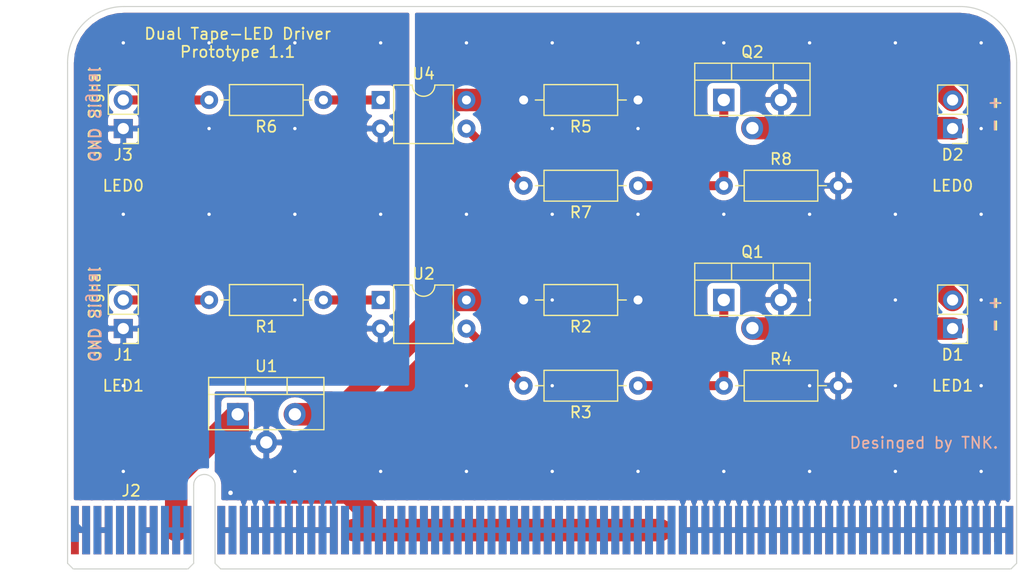
<source format=kicad_pcb>
(kicad_pcb (version 20171130) (host pcbnew "(5.1.5)-3")
  (layers (0 F.Cu signal) (31 B.Cu signal) (34 B.Paste user) (35 F.Paste user) (36 B.SilkS user) (37 F.SilkS user) (38 B.Mask user) (39 F.Mask user) (44 Edge.Cuts user))
  (net 0 "")
  (net 1 "Net-(D1-Pad2)")
  (net 2 "Net-(D1-Pad1)")
  (net 3 "Net-(J1-Pad2)")
  (net 4 GND)
  (net 5 GNDPWR)
  (net 6 "Net-(Q1-Pad1)")
  (net 7 "Net-(R1-Pad1)")
  (net 8 "Net-(R3-Pad2)")
  (net 9 VCC)
  (net 10 "Net-(J2-PadA9)")
  (net 11 "Net-(J2-PadA7)")
  (net 12 "Net-(J2-PadA6)")
  (net 13 "Net-(J2-PadA5)")
  (net 14 "Net-(J2-PadA4)")
  (net 15 "Net-(J2-PadA3)")
  (net 16 "Net-(J2-PadA2)")
  (net 17 "Net-(J2-PadA1)")
  (net 18 "Net-(J2-PadB7)")
  (net 19 "Net-(J2-PadB5)")
  (net 20 "Net-(J2-PadB4)")
  (net 21 "Net-(J2-PadB3)")
  (net 22 "Net-(J2-PadB2)")
  (net 23 "Net-(J2-PadB1)")
  (net 24 "Net-(D2-Pad2)")
  (net 25 "Net-(D2-Pad1)")
  (net 26 "Net-(J3-Pad2)")
  (net 27 "Net-(Q2-Pad1)")
  (net 28 "Net-(R6-Pad1)")
  (net 29 "Net-(R7-Pad2)")
  (net 30 12V)
  (module Resistor_THT:R_Axial_DIN0207_L6.3mm_D2.5mm_P10.16mm_Horizontal (layer F.Cu) (at 160.02 111.76 180)
    (fp_text reference R5 (at 5.08 -2.37) (layer F.SilkS))
    (fp_text value R)
    (fp_line (start 9.12 0) (end 8.35 0) (layer F.SilkS) (width 0.12))
    (fp_line (start 1.04 0) (end 1.81 0) (layer F.SilkS) (width 0.12))
    (fp_line (start 8.35 -1.37) (end 1.81 -1.37) (layer F.SilkS) (width 0.12))
    (fp_line (start 8.35 1.37) (end 8.35 -1.37) (layer F.SilkS) (width 0.12))
    (fp_line (start 1.81 1.37) (end 8.35 1.37) (layer F.SilkS) (width 0.12))
    (fp_line (start 1.81 -1.37) (end 1.81 1.37) (layer F.SilkS) (width 0.12))
    (pad 2 thru_hole oval (at 10.16 0 180) (size 1.6 1.6) (drill 0.8) (layers *.Cu *.Mask) (net 30 12V))
    (pad 1 thru_hole circle (at 0 0 180) (size 1.6 1.6) (drill 0.8) (layers *.Cu *.Mask) (net 24 "Net-(D2-Pad2)"))
  )
  (module Resistor_THT:R_Axial_DIN0207_L6.3mm_D2.5mm_P10.16mm_Horizontal (layer F.Cu) (at 160.02 129.54 180)
    (fp_text reference R2 (at 5.08 -2.37) (layer F.SilkS))
    (fp_text value R)
    (fp_line (start 9.12 0) (end 8.35 0) (layer F.SilkS) (width 0.12))
    (fp_line (start 1.04 0) (end 1.81 0) (layer F.SilkS) (width 0.12))
    (fp_line (start 8.35 -1.37) (end 1.81 -1.37) (layer F.SilkS) (width 0.12))
    (fp_line (start 8.35 1.37) (end 8.35 -1.37) (layer F.SilkS) (width 0.12))
    (fp_line (start 1.81 1.37) (end 8.35 1.37) (layer F.SilkS) (width 0.12))
    (fp_line (start 1.81 -1.37) (end 1.81 1.37) (layer F.SilkS) (width 0.12))
    (pad 2 thru_hole oval (at 10.16 0 180) (size 1.6 1.6) (drill 0.8) (layers *.Cu *.Mask) (net 30 12V))
    (pad 1 thru_hole circle (at 0 0 180) (size 1.6 1.6) (drill 0.8) (layers *.Cu *.Mask) (net 1 "Net-(D1-Pad2)"))
  )
  (module Package_DIP:DIP-4_W7.62mm (layer F.Cu) (at 137.16 111.76)
    (fp_text reference U4 (at 3.81 -2.33) (layer F.SilkS))
    (fp_text value PC817)
    (fp_line (start 6.46 -1.33) (end 4.81 -1.33) (layer F.SilkS) (width 0.12))
    (fp_line (start 6.46 3.87) (end 6.46 -1.33) (layer F.SilkS) (width 0.12))
    (fp_line (start 1.16 3.87) (end 6.46 3.87) (layer F.SilkS) (width 0.12))
    (fp_line (start 1.16 -1.33) (end 1.16 3.87) (layer F.SilkS) (width 0.12))
    (fp_line (start 2.81 -1.33) (end 1.16 -1.33) (layer F.SilkS) (width 0.12))
    (fp_arc (start 3.81 -1.33) (end 2.81 -1.33) (angle -180) (layer F.SilkS) (width 0.12))
    (pad 4 thru_hole oval (at 7.62 0) (size 1.6 1.6) (drill 0.8) (layers *.Cu *.Mask) (net 30 12V))
    (pad 2 thru_hole oval (at 0 2.54) (size 1.6 1.6) (drill 0.8) (layers *.Cu *.Mask) (net 4 GND))
    (pad 3 thru_hole oval (at 7.62 2.54) (size 1.6 1.6) (drill 0.8) (layers *.Cu *.Mask) (net 29 "Net-(R7-Pad2)"))
    (pad 1 thru_hole rect (at 0 0) (size 1.6 1.6) (drill 0.8) (layers *.Cu *.Mask) (net 28 "Net-(R6-Pad1)"))
  )
  (module Resistor_THT:R_Axial_DIN0207_L6.3mm_D2.5mm_P10.16mm_Horizontal (layer F.Cu) (at 167.64 119.38)
    (fp_text reference R8 (at 5.08 -2.37) (layer F.SilkS))
    (fp_text value R)
    (fp_line (start 9.12 0) (end 8.35 0) (layer F.SilkS) (width 0.12))
    (fp_line (start 1.04 0) (end 1.81 0) (layer F.SilkS) (width 0.12))
    (fp_line (start 8.35 -1.37) (end 1.81 -1.37) (layer F.SilkS) (width 0.12))
    (fp_line (start 8.35 1.37) (end 8.35 -1.37) (layer F.SilkS) (width 0.12))
    (fp_line (start 1.81 1.37) (end 8.35 1.37) (layer F.SilkS) (width 0.12))
    (fp_line (start 1.81 -1.37) (end 1.81 1.37) (layer F.SilkS) (width 0.12))
    (pad 2 thru_hole oval (at 10.16 0) (size 1.6 1.6) (drill 0.8) (layers *.Cu *.Mask) (net 5 GNDPWR))
    (pad 1 thru_hole circle (at 0 0) (size 1.6 1.6) (drill 0.8) (layers *.Cu *.Mask) (net 27 "Net-(Q2-Pad1)"))
  )
  (module Resistor_THT:R_Axial_DIN0207_L6.3mm_D2.5mm_P10.16mm_Horizontal (layer F.Cu) (at 160.02 119.38 180)
    (fp_text reference R7 (at 5.08 -2.37) (layer F.SilkS))
    (fp_text value R)
    (fp_line (start 9.12 0) (end 8.35 0) (layer F.SilkS) (width 0.12))
    (fp_line (start 1.04 0) (end 1.81 0) (layer F.SilkS) (width 0.12))
    (fp_line (start 8.35 -1.37) (end 1.81 -1.37) (layer F.SilkS) (width 0.12))
    (fp_line (start 8.35 1.37) (end 8.35 -1.37) (layer F.SilkS) (width 0.12))
    (fp_line (start 1.81 1.37) (end 8.35 1.37) (layer F.SilkS) (width 0.12))
    (fp_line (start 1.81 -1.37) (end 1.81 1.37) (layer F.SilkS) (width 0.12))
    (pad 2 thru_hole oval (at 10.16 0 180) (size 1.6 1.6) (drill 0.8) (layers *.Cu *.Mask) (net 29 "Net-(R7-Pad2)"))
    (pad 1 thru_hole circle (at 0 0 180) (size 1.6 1.6) (drill 0.8) (layers *.Cu *.Mask) (net 27 "Net-(Q2-Pad1)"))
  )
  (module Resistor_THT:R_Axial_DIN0207_L6.3mm_D2.5mm_P10.16mm_Horizontal (layer F.Cu) (at 132.08 111.76 180)
    (fp_text reference R6 (at 5.08 -2.37) (layer F.SilkS))
    (fp_text value 220?)
    (fp_line (start 9.12 0) (end 8.35 0) (layer F.SilkS) (width 0.12))
    (fp_line (start 1.04 0) (end 1.81 0) (layer F.SilkS) (width 0.12))
    (fp_line (start 8.35 -1.37) (end 1.81 -1.37) (layer F.SilkS) (width 0.12))
    (fp_line (start 8.35 1.37) (end 8.35 -1.37) (layer F.SilkS) (width 0.12))
    (fp_line (start 1.81 1.37) (end 8.35 1.37) (layer F.SilkS) (width 0.12))
    (fp_line (start 1.81 -1.37) (end 1.81 1.37) (layer F.SilkS) (width 0.12))
    (pad 2 thru_hole oval (at 10.16 0 180) (size 1.6 1.6) (drill 0.8) (layers *.Cu *.Mask) (net 26 "Net-(J3-Pad2)"))
    (pad 1 thru_hole circle (at 0 0 180) (size 1.6 1.6) (drill 0.8) (layers *.Cu *.Mask) (net 28 "Net-(R6-Pad1)"))
  )
  (module Package_TO_SOT_THT:TO-220-3_Vertical (layer F.Cu) (at 167.64 111.76)
    (fp_text reference Q2 (at 2.54 -4.27) (layer F.SilkS))
    (fp_text value Q_NJFET_GDS)
    (fp_line (start 4.391 -3.27) (end 4.391 -1.76) (layer F.SilkS) (width 0.12))
    (fp_line (start 0.69 -3.27) (end 0.69 -1.76) (layer F.SilkS) (width 0.12))
    (fp_line (start -2.58 -1.76) (end 7.66 -1.76) (layer F.SilkS) (width 0.12))
    (fp_line (start 7.66 -3.27) (end 7.66 1.371) (layer F.SilkS) (width 0.12))
    (fp_line (start -2.58 -3.27) (end -2.58 1.371) (layer F.SilkS) (width 0.12))
    (fp_line (start -2.58 1.371) (end 7.66 1.371) (layer F.SilkS) (width 0.12))
    (fp_line (start -2.58 -3.27) (end 7.66 -3.27) (layer F.SilkS) (width 0.12))
    (pad 3 thru_hole oval (at 5.08 0) (size 1.905 2) (drill 1.1) (layers *.Cu *.Mask) (net 5 GNDPWR))
    (pad 2 thru_hole oval (at 2.54 2.5) (size 1.905 2) (drill 1.1) (layers *.Cu *.Mask) (net 25 "Net-(D2-Pad1)"))
    (pad 1 thru_hole rect (at 0 0) (size 1.905 2) (drill 1.1) (layers *.Cu *.Mask) (net 27 "Net-(Q2-Pad1)"))
  )
  (module Connector_PinHeader_2.54mm:PinHeader_1x02_P2.54mm_Vertical (layer F.Cu) (at 114.3 114.3 180)
    (fp_text reference J3 (at 0 -2.33) (layer F.SilkS))
    (fp_text value Conn_01x02)
    (fp_line (start -1.33 -1.33) (end 0 -1.33) (layer F.SilkS) (width 0.12))
    (fp_line (start -1.33 0) (end -1.33 -1.33) (layer F.SilkS) (width 0.12))
    (fp_line (start -1.33 1.27) (end 1.33 1.27) (layer F.SilkS) (width 0.12))
    (fp_line (start 1.33 1.27) (end 1.33 3.87) (layer F.SilkS) (width 0.12))
    (fp_line (start -1.33 1.27) (end -1.33 3.87) (layer F.SilkS) (width 0.12))
    (fp_line (start -1.33 3.87) (end 1.33 3.87) (layer F.SilkS) (width 0.12))
    (pad 2 thru_hole oval (at 0 2.54 180) (size 1.7 1.7) (drill 1) (layers *.Cu *.Mask) (net 26 "Net-(J3-Pad2)"))
    (pad 1 thru_hole rect (at 0 0 180) (size 1.7 1.7) (drill 1) (layers *.Cu *.Mask) (net 4 GND))
  )
  (module Connector_PinHeader_2.54mm:PinHeader_1x02_P2.54mm_Vertical (layer F.Cu) (at 187.96 114.3 180)
    (fp_text reference D2 (at 0 -2.33) (layer F.SilkS))
    (fp_text value LED)
    (fp_line (start -1.33 -1.33) (end 0 -1.33) (layer F.SilkS) (width 0.12))
    (fp_line (start -1.33 0) (end -1.33 -1.33) (layer F.SilkS) (width 0.12))
    (fp_line (start -1.33 1.27) (end 1.33 1.27) (layer F.SilkS) (width 0.12))
    (fp_line (start 1.33 1.27) (end 1.33 3.87) (layer F.SilkS) (width 0.12))
    (fp_line (start -1.33 1.27) (end -1.33 3.87) (layer F.SilkS) (width 0.12))
    (fp_line (start -1.33 3.87) (end 1.33 3.87) (layer F.SilkS) (width 0.12))
    (pad 2 thru_hole oval (at 0 2.54 180) (size 1.7 1.7) (drill 1) (layers *.Cu *.Mask) (net 24 "Net-(D2-Pad2)"))
    (pad 1 thru_hole rect (at 0 0 180) (size 1.7 1.7) (drill 1) (layers *.Cu *.Mask) (net 25 "Net-(D2-Pad1)"))
  )
  (module Package_DIP:DIP-4_W7.62mm (layer F.Cu) (at 137.16 129.54)
    (fp_text reference U2 (at 3.81 -2.33) (layer F.SilkS))
    (fp_text value PC817)
    (fp_line (start 6.46 -1.33) (end 4.81 -1.33) (layer F.SilkS) (width 0.12))
    (fp_line (start 6.46 3.87) (end 6.46 -1.33) (layer F.SilkS) (width 0.12))
    (fp_line (start 1.16 3.87) (end 6.46 3.87) (layer F.SilkS) (width 0.12))
    (fp_line (start 1.16 -1.33) (end 1.16 3.87) (layer F.SilkS) (width 0.12))
    (fp_line (start 2.81 -1.33) (end 1.16 -1.33) (layer F.SilkS) (width 0.12))
    (fp_arc (start 3.81 -1.33) (end 2.81 -1.33) (angle -180) (layer F.SilkS) (width 0.12))
    (pad 4 thru_hole oval (at 7.62 0) (size 1.6 1.6) (drill 0.8) (layers *.Cu *.Mask) (net 30 12V))
    (pad 2 thru_hole oval (at 0 2.54) (size 1.6 1.6) (drill 0.8) (layers *.Cu *.Mask) (net 4 GND))
    (pad 3 thru_hole oval (at 7.62 2.54) (size 1.6 1.6) (drill 0.8) (layers *.Cu *.Mask) (net 8 "Net-(R3-Pad2)"))
    (pad 1 thru_hole rect (at 0 0) (size 1.6 1.6) (drill 0.8) (layers *.Cu *.Mask) (net 7 "Net-(R1-Pad1)"))
  )
  (module PCIe:BUS_mechaken_PCIexpress_x16 (layer F.Cu) (at 110 150)
    (fp_text reference J2 (at 5 -3.5) (layer F.SilkS))
    (fp_text value Bus_mechaken_PCIexpress_x16_164_Position)
    (fp_arc (start 11.5 -4) (end 12.45 -4) (angle -180) (layer Edge.Cuts) (width 0.1))
    (fp_line (start 83.65 2.95) (end 83.15 3.45) (layer Edge.Cuts) (width 0.1))
    (fp_line (start 12.45 2.95) (end 12.95 3.45) (layer Edge.Cuts) (width 0.1))
    (fp_line (start 10.55 2.95) (end 10.05 3.45) (layer Edge.Cuts) (width 0.1))
    (fp_line (start -0.65 2.95) (end -0.15 3.45) (layer Edge.Cuts) (width 0.1))
    (fp_line (start 12.95 3.45) (end 83.15 3.45) (layer Edge.Cuts) (width 0.1))
    (fp_line (start 83.65 -4.95) (end 83.65 2.95) (layer Edge.Cuts) (width 0.1))
    (fp_line (start -0.15 3.45) (end 10.05 3.45) (layer Edge.Cuts) (width 0.1))
    (fp_line (start -0.65 -4.95) (end -0.65 2.95) (layer Edge.Cuts) (width 0.1))
    (fp_line (start 12.45 -4) (end 12.45 2.95) (layer Edge.Cuts) (width 0.1))
    (fp_line (start 10.55 -4) (end 10.55 2.95) (layer Edge.Cuts) (width 0.1))
    (pad A10 connect rect (at 83 0) (size 0.7 4.3) (layers B.Cu B.Mask) (net 5 GNDPWR))
    (pad A10 connect rect (at 82 0) (size 0.7 4.3) (layers B.Cu B.Mask) (net 5 GNDPWR))
    (pad A10 connect rect (at 81 0) (size 0.7 4.3) (layers B.Cu B.Mask) (net 5 GNDPWR))
    (pad A10 connect rect (at 80 0) (size 0.7 4.3) (layers B.Cu B.Mask) (net 5 GNDPWR))
    (pad A10 connect rect (at 79 0) (size 0.7 4.3) (layers B.Cu B.Mask) (net 5 GNDPWR))
    (pad A10 connect rect (at 78 0) (size 0.7 4.3) (layers B.Cu B.Mask) (net 5 GNDPWR))
    (pad A10 connect rect (at 77 0) (size 0.7 4.3) (layers B.Cu B.Mask) (net 5 GNDPWR))
    (pad A10 connect rect (at 76 0) (size 0.7 4.3) (layers B.Cu B.Mask) (net 5 GNDPWR))
    (pad A10 connect rect (at 75 0) (size 0.7 4.3) (layers B.Cu B.Mask) (net 5 GNDPWR))
    (pad A10 connect rect (at 74 0) (size 0.7 4.3) (layers B.Cu B.Mask) (net 5 GNDPWR))
    (pad A10 connect rect (at 73 0) (size 0.7 4.3) (layers B.Cu B.Mask) (net 5 GNDPWR))
    (pad A10 connect rect (at 72 0) (size 0.7 4.3) (layers B.Cu B.Mask) (net 5 GNDPWR))
    (pad A10 connect rect (at 71 0) (size 0.7 4.3) (layers B.Cu B.Mask) (net 5 GNDPWR))
    (pad A10 connect rect (at 70 0) (size 0.7 4.3) (layers B.Cu B.Mask) (net 5 GNDPWR))
    (pad A10 connect rect (at 69 0) (size 0.7 4.3) (layers B.Cu B.Mask) (net 5 GNDPWR))
    (pad A10 connect rect (at 68 0) (size 0.7 4.3) (layers B.Cu B.Mask) (net 5 GNDPWR))
    (pad A10 connect rect (at 67 0) (size 0.7 4.3) (layers B.Cu B.Mask) (net 5 GNDPWR))
    (pad A10 connect rect (at 66 0) (size 0.7 4.3) (layers B.Cu B.Mask) (net 5 GNDPWR))
    (pad A10 connect rect (at 65 0) (size 0.7 4.3) (layers B.Cu B.Mask) (net 5 GNDPWR))
    (pad A10 connect rect (at 64 0) (size 0.7 4.3) (layers B.Cu B.Mask) (net 5 GNDPWR))
    (pad A10 connect rect (at 63 0) (size 0.7 4.3) (layers B.Cu B.Mask) (net 5 GNDPWR))
    (pad A10 connect rect (at 62 0) (size 0.7 4.3) (layers B.Cu B.Mask) (net 5 GNDPWR))
    (pad A10 connect rect (at 61 0) (size 0.7 4.3) (layers B.Cu B.Mask) (net 5 GNDPWR))
    (pad A10 connect rect (at 60 0) (size 0.7 4.3) (layers B.Cu B.Mask) (net 5 GNDPWR))
    (pad A10 connect rect (at 59 0) (size 0.7 4.3) (layers B.Cu B.Mask) (net 5 GNDPWR))
    (pad A10 connect rect (at 58 0) (size 0.7 4.3) (layers B.Cu B.Mask) (net 5 GNDPWR))
    (pad A10 connect rect (at 57 0) (size 0.7 4.3) (layers B.Cu B.Mask) (net 5 GNDPWR))
    (pad A10 connect rect (at 56 0) (size 0.7 4.3) (layers B.Cu B.Mask) (net 5 GNDPWR))
    (pad A10 connect rect (at 55 0) (size 0.7 4.3) (layers B.Cu B.Mask) (net 5 GNDPWR))
    (pad A10 connect rect (at 54 0) (size 0.7 4.3) (layers B.Cu B.Mask) (net 5 GNDPWR))
    (pad A9 connect rect (at 53 0) (size 0.7 4.3) (layers B.Cu B.Mask) (net 10 "Net-(J2-PadA9)"))
    (pad A9 connect rect (at 52 0) (size 0.7 4.3) (layers B.Cu B.Mask) (net 10 "Net-(J2-PadA9)"))
    (pad A9 connect rect (at 51 0) (size 0.7 4.3) (layers B.Cu B.Mask) (net 10 "Net-(J2-PadA9)"))
    (pad B10 connect rect (at 83 0) (size 0.7 4.3) (layers F.Cu F.Mask) (net 5 GNDPWR))
    (pad B10 connect rect (at 82 -0.55) (size 0.7 3.2) (layers F.Cu F.Mask) (net 5 GNDPWR))
    (pad B10 connect rect (at 81 0) (size 0.7 4.3) (layers F.Cu F.Mask) (net 5 GNDPWR))
    (pad B10 connect rect (at 80 0) (size 0.7 4.3) (layers F.Cu F.Mask) (net 5 GNDPWR))
    (pad B10 connect rect (at 79 0) (size 0.7 4.3) (layers F.Cu F.Mask) (net 5 GNDPWR))
    (pad B10 connect rect (at 78 0) (size 0.7 4.3) (layers F.Cu F.Mask) (net 5 GNDPWR))
    (pad B10 connect rect (at 77 0) (size 0.7 4.3) (layers F.Cu F.Mask) (net 5 GNDPWR))
    (pad B10 connect rect (at 76 0) (size 0.7 4.3) (layers F.Cu F.Mask) (net 5 GNDPWR))
    (pad B10 connect rect (at 75 0) (size 0.7 4.3) (layers F.Cu F.Mask) (net 5 GNDPWR))
    (pad B10 connect rect (at 74 0) (size 0.7 4.3) (layers F.Cu F.Mask) (net 5 GNDPWR))
    (pad B10 connect rect (at 73 0) (size 0.7 4.3) (layers F.Cu F.Mask) (net 5 GNDPWR))
    (pad B10 connect rect (at 72 0) (size 0.7 4.3) (layers F.Cu F.Mask) (net 5 GNDPWR))
    (pad B10 connect rect (at 71 0) (size 0.7 4.3) (layers F.Cu F.Mask) (net 5 GNDPWR))
    (pad B10 connect rect (at 70 0) (size 0.7 4.3) (layers F.Cu F.Mask) (net 5 GNDPWR))
    (pad B10 connect rect (at 69 0) (size 0.7 4.3) (layers F.Cu F.Mask) (net 5 GNDPWR))
    (pad B10 connect rect (at 68 0) (size 0.7 4.3) (layers F.Cu F.Mask) (net 5 GNDPWR))
    (pad B10 connect rect (at 67 0) (size 0.7 4.3) (layers F.Cu F.Mask) (net 5 GNDPWR))
    (pad B10 connect rect (at 66 0) (size 0.7 4.3) (layers F.Cu F.Mask) (net 5 GNDPWR))
    (pad B10 connect rect (at 65 0) (size 0.7 4.3) (layers F.Cu F.Mask) (net 5 GNDPWR))
    (pad B10 connect rect (at 64 0) (size 0.7 4.3) (layers F.Cu F.Mask) (net 5 GNDPWR))
    (pad B10 connect rect (at 63 0) (size 0.7 4.3) (layers F.Cu F.Mask) (net 5 GNDPWR))
    (pad B10 connect rect (at 62 0) (size 0.7 4.3) (layers F.Cu F.Mask) (net 5 GNDPWR))
    (pad B10 connect rect (at 61 0) (size 0.7 4.3) (layers F.Cu F.Mask) (net 5 GNDPWR))
    (pad B10 connect rect (at 60 0) (size 0.7 4.3) (layers F.Cu F.Mask) (net 5 GNDPWR))
    (pad B10 connect rect (at 59 0) (size 0.7 4.3) (layers F.Cu F.Mask) (net 5 GNDPWR))
    (pad B10 connect rect (at 58 0) (size 0.7 4.3) (layers F.Cu F.Mask) (net 5 GNDPWR))
    (pad B10 connect rect (at 57 0) (size 0.7 4.3) (layers F.Cu F.Mask) (net 5 GNDPWR))
    (pad B10 connect rect (at 56 0) (size 0.7 4.3) (layers F.Cu F.Mask) (net 5 GNDPWR))
    (pad B10 connect rect (at 55 0) (size 0.7 4.3) (layers F.Cu F.Mask) (net 5 GNDPWR))
    (pad B10 connect rect (at 54 0) (size 0.7 4.3) (layers F.Cu F.Mask) (net 5 GNDPWR))
    (pad B9 connect rect (at 53 0) (size 0.7 4.3) (layers F.Cu F.Mask) (net 9 VCC))
    (pad B9 connect rect (at 52 0) (size 0.7 4.3) (layers F.Cu F.Mask) (net 9 VCC))
    (pad B9 connect rect (at 51 0) (size 0.7 4.3) (layers F.Cu F.Mask) (net 9 VCC))
    (pad A9 connect rect (at 50 0) (size 0.7 4.3) (layers B.Cu B.Mask) (net 10 "Net-(J2-PadA9)"))
    (pad A9 connect rect (at 49 0) (size 0.7 4.3) (layers B.Cu B.Mask) (net 10 "Net-(J2-PadA9)"))
    (pad A9 connect rect (at 48 0) (size 0.7 4.3) (layers B.Cu B.Mask) (net 10 "Net-(J2-PadA9)"))
    (pad A9 connect rect (at 47 0) (size 0.7 4.3) (layers B.Cu B.Mask) (net 10 "Net-(J2-PadA9)"))
    (pad A9 connect rect (at 46 0) (size 0.7 4.3) (layers B.Cu B.Mask) (net 10 "Net-(J2-PadA9)"))
    (pad A9 connect rect (at 45 0) (size 0.7 4.3) (layers B.Cu B.Mask) (net 10 "Net-(J2-PadA9)"))
    (pad A9 connect rect (at 44 0) (size 0.7 4.3) (layers B.Cu B.Mask) (net 10 "Net-(J2-PadA9)"))
    (pad A9 connect rect (at 43 0) (size 0.7 4.3) (layers B.Cu B.Mask) (net 10 "Net-(J2-PadA9)"))
    (pad A7 connect rect (at 14 0) (size 0.7 4.3) (layers B.Cu B.Mask) (net 11 "Net-(J2-PadA7)"))
    (pad A7 connect rect (at 13 0) (size 0.7 4.3) (layers B.Cu B.Mask) (net 11 "Net-(J2-PadA7)"))
    (pad A8 connect rect (at 19 0) (size 0.7 4.3) (layers B.Cu B.Mask) (net 5 GNDPWR))
    (pad A8 connect rect (at 18 0) (size 0.7 4.3) (layers B.Cu B.Mask) (net 5 GNDPWR))
    (pad A8 connect rect (at 17 0) (size 0.7 4.3) (layers B.Cu B.Mask) (net 5 GNDPWR))
    (pad A8 connect rect (at 16 0) (size 0.7 4.3) (layers B.Cu B.Mask) (net 5 GNDPWR))
    (pad A8 connect rect (at 15 0) (size 0.7 4.3) (layers B.Cu B.Mask) (net 5 GNDPWR))
    (pad A6 connect rect (at 10 0) (size 0.7 4.3) (layers B.Cu B.Mask) (net 12 "Net-(J2-PadA6)"))
    (pad A6 connect rect (at 9 0) (size 0.7 4.3) (layers B.Cu B.Mask) (net 12 "Net-(J2-PadA6)"))
    (pad A6 connect rect (at 8 0) (size 0.7 4.3) (layers B.Cu B.Mask) (net 12 "Net-(J2-PadA6)"))
    (pad A5 connect rect (at 7 0) (size 0.7 4.3) (layers B.Cu B.Mask) (net 13 "Net-(J2-PadA5)"))
    (pad A5 connect rect (at 6 0) (size 0.7 4.3) (layers B.Cu B.Mask) (net 13 "Net-(J2-PadA5)"))
    (pad A4 connect rect (at 5 0) (size 0.7 4.3) (layers B.Cu B.Mask) (net 14 "Net-(J2-PadA4)"))
    (pad A3 connect rect (at 4 0) (size 0.7 4.3) (layers B.Cu B.Mask) (net 15 "Net-(J2-PadA3)"))
    (pad A2 connect rect (at 3 0) (size 0.7 4.3) (layers B.Cu B.Mask) (net 16 "Net-(J2-PadA2)"))
    (pad A2 connect rect (at 2 0) (size 0.7 4.3) (layers B.Cu B.Mask) (net 16 "Net-(J2-PadA2)"))
    (pad A1 connect rect (at 1 0) (size 0.7 4.3) (layers B.Cu B.Mask) (net 17 "Net-(J2-PadA1)"))
    (pad A1 connect rect (at 0 -0.55) (size 0.7 3.2) (layers B.Cu B.Mask) (net 17 "Net-(J2-PadA1)"))
    (pad B7 connect rect (at 14 0) (size 0.7 4.3) (layers F.Cu F.Mask) (net 18 "Net-(J2-PadB7)"))
    (pad B7 connect rect (at 13 0) (size 0.7 4.3) (layers F.Cu F.Mask) (net 18 "Net-(J2-PadB7)"))
    (pad B8 connect rect (at 19 0) (size 0.7 4.3) (layers F.Cu F.Mask) (net 5 GNDPWR))
    (pad B8 connect rect (at 18 0) (size 0.7 4.3) (layers F.Cu F.Mask) (net 5 GNDPWR))
    (pad B8 connect rect (at 17 0) (size 0.7 4.3) (layers F.Cu F.Mask) (net 5 GNDPWR))
    (pad B8 connect rect (at 16 0) (size 0.7 4.3) (layers F.Cu F.Mask) (net 5 GNDPWR))
    (pad B8 connect rect (at 15 0) (size 0.7 4.3) (layers F.Cu F.Mask) (net 5 GNDPWR))
    (pad B6 connect rect (at 10 0) (size 0.7 4.3) (layers F.Cu F.Mask) (net 9 VCC))
    (pad B6 connect rect (at 9 0) (size 0.7 4.3) (layers F.Cu F.Mask) (net 9 VCC))
    (pad B6 connect rect (at 8 0) (size 0.7 4.3) (layers F.Cu F.Mask) (net 9 VCC))
    (pad B5 connect rect (at 7 0) (size 0.7 4.3) (layers F.Cu F.Mask) (net 19 "Net-(J2-PadB5)"))
    (pad B5 connect rect (at 6 0) (size 0.7 4.3) (layers F.Cu F.Mask) (net 19 "Net-(J2-PadB5)"))
    (pad B4 connect rect (at 5 0) (size 0.7 4.3) (layers F.Cu F.Mask) (net 20 "Net-(J2-PadB4)"))
    (pad B3 connect rect (at 4 0) (size 0.7 4.3) (layers F.Cu F.Mask) (net 21 "Net-(J2-PadB3)"))
    (pad B2 connect rect (at 3 0) (size 0.7 4.3) (layers F.Cu F.Mask) (net 22 "Net-(J2-PadB2)"))
    (pad B2 connect rect (at 2 0) (size 0.7 4.3) (layers F.Cu F.Mask) (net 22 "Net-(J2-PadB2)"))
    (pad B1 connect rect (at 1 0) (size 0.7 4.3) (layers F.Cu F.Mask) (net 23 "Net-(J2-PadB1)"))
    (pad B1 connect rect (at 0 0) (size 0.7 4.3) (layers F.Cu F.Mask) (net 23 "Net-(J2-PadB1)"))
    (pad B8 connect rect (at 20 0) (size 0.7 4.3) (layers F.Cu F.Mask) (net 5 GNDPWR))
    (pad B8 connect rect (at 21 0) (size 0.7 4.3) (layers F.Cu F.Mask) (net 5 GNDPWR))
    (pad B8 connect rect (at 22 0) (size 0.7 4.3) (layers F.Cu F.Mask) (net 5 GNDPWR))
    (pad B8 connect rect (at 23 0) (size 0.7 4.3) (layers F.Cu F.Mask) (net 5 GNDPWR))
    (pad B9 connect rect (at 24 0) (size 0.7 4.3) (layers F.Cu F.Mask) (net 9 VCC))
    (pad B9 connect rect (at 25 0) (size 0.7 4.3) (layers F.Cu F.Mask) (net 9 VCC))
    (pad B9 connect rect (at 26 0) (size 0.7 4.3) (layers F.Cu F.Mask) (net 9 VCC))
    (pad B9 connect rect (at 27 0) (size 0.7 4.3) (layers F.Cu F.Mask) (net 9 VCC))
    (pad B9 connect rect (at 28 0) (size 0.7 4.3) (layers F.Cu F.Mask) (net 9 VCC))
    (pad B9 connect rect (at 29 0) (size 0.7 4.3) (layers F.Cu F.Mask) (net 9 VCC))
    (pad B9 connect rect (at 30 0) (size 0.7 4.3) (layers F.Cu F.Mask) (net 9 VCC))
    (pad B9 connect rect (at 31 0) (size 0.7 4.3) (layers F.Cu F.Mask) (net 9 VCC))
    (pad B9 connect rect (at 32 0) (size 0.7 4.3) (layers F.Cu F.Mask) (net 9 VCC))
    (pad B9 connect rect (at 33 0) (size 0.7 4.3) (layers F.Cu F.Mask) (net 9 VCC))
    (pad A8 connect rect (at 20 0) (size 0.7 4.3) (layers B.Cu B.Mask) (net 5 GNDPWR))
    (pad A8 connect rect (at 21 0) (size 0.7 4.3) (layers B.Cu B.Mask) (net 5 GNDPWR))
    (pad A8 connect rect (at 22 0) (size 0.7 4.3) (layers B.Cu B.Mask) (net 5 GNDPWR))
    (pad A8 connect rect (at 23 0) (size 0.7 4.3) (layers B.Cu B.Mask) (net 5 GNDPWR))
    (pad A9 connect rect (at 24 0) (size 0.7 4.3) (layers B.Cu B.Mask) (net 10 "Net-(J2-PadA9)"))
    (pad A9 connect rect (at 25 0) (size 0.7 4.3) (layers B.Cu B.Mask) (net 10 "Net-(J2-PadA9)"))
    (pad A9 connect rect (at 26 0) (size 0.7 4.3) (layers B.Cu B.Mask) (net 10 "Net-(J2-PadA9)"))
    (pad A9 connect rect (at 27 0) (size 0.7 4.3) (layers B.Cu B.Mask) (net 10 "Net-(J2-PadA9)"))
    (pad A9 connect rect (at 28 0) (size 0.7 4.3) (layers B.Cu B.Mask) (net 10 "Net-(J2-PadA9)"))
    (pad A9 connect rect (at 29 0) (size 0.7 4.3) (layers B.Cu B.Mask) (net 10 "Net-(J2-PadA9)"))
    (pad A9 connect rect (at 30 0) (size 0.7 4.3) (layers B.Cu B.Mask) (net 10 "Net-(J2-PadA9)"))
    (pad A9 connect rect (at 31 0) (size 0.7 4.3) (layers B.Cu B.Mask) (net 10 "Net-(J2-PadA9)"))
    (pad A9 connect rect (at 32 0) (size 0.7 4.3) (layers B.Cu B.Mask) (net 10 "Net-(J2-PadA9)"))
    (pad A9 connect rect (at 33 0) (size 0.7 4.3) (layers B.Cu B.Mask) (net 10 "Net-(J2-PadA9)"))
    (pad B9 connect rect (at 34 0) (size 0.7 4.3) (layers F.Cu F.Mask) (net 9 VCC))
    (pad B9 connect rect (at 35 0) (size 0.7 4.3) (layers F.Cu F.Mask) (net 9 VCC))
    (pad B9 connect rect (at 36 0) (size 0.7 4.3) (layers F.Cu F.Mask) (net 9 VCC))
    (pad B9 connect rect (at 37 0) (size 0.7 4.3) (layers F.Cu F.Mask) (net 9 VCC))
    (pad B9 connect rect (at 38 0) (size 0.7 4.3) (layers F.Cu F.Mask) (net 9 VCC))
    (pad B9 connect rect (at 39 0) (size 0.7 4.3) (layers F.Cu F.Mask) (net 9 VCC))
    (pad B9 connect rect (at 40 0) (size 0.7 4.3) (layers F.Cu F.Mask) (net 9 VCC))
    (pad B9 connect rect (at 41 0) (size 0.7 4.3) (layers F.Cu F.Mask) (net 9 VCC))
    (pad B9 connect rect (at 42 0) (size 0.7 4.3) (layers F.Cu F.Mask) (net 9 VCC))
    (pad B9 connect rect (at 43 0) (size 0.7 4.3) (layers F.Cu F.Mask) (net 9 VCC))
    (pad B9 connect rect (at 44 0) (size 0.7 4.3) (layers F.Cu F.Mask) (net 9 VCC))
    (pad B9 connect rect (at 45 0) (size 0.7 4.3) (layers F.Cu F.Mask) (net 9 VCC))
    (pad B9 connect rect (at 46 0) (size 0.7 4.3) (layers F.Cu F.Mask) (net 9 VCC))
    (pad B9 connect rect (at 47 0) (size 0.7 4.3) (layers F.Cu F.Mask) (net 9 VCC))
    (pad B9 connect rect (at 48 0) (size 0.7 4.3) (layers F.Cu F.Mask) (net 9 VCC))
    (pad B9 connect rect (at 49 0) (size 0.7 4.3) (layers F.Cu F.Mask) (net 9 VCC))
    (pad B9 connect rect (at 50 0) (size 0.7 4.3) (layers F.Cu F.Mask) (net 9 VCC))
    (pad A9 connect rect (at 34 0) (size 0.7 4.3) (layers B.Cu B.Mask) (net 10 "Net-(J2-PadA9)"))
    (pad A9 connect rect (at 35 0) (size 0.7 4.3) (layers B.Cu B.Mask) (net 10 "Net-(J2-PadA9)"))
    (pad A9 connect rect (at 36 0) (size 0.7 4.3) (layers B.Cu B.Mask) (net 10 "Net-(J2-PadA9)"))
    (pad A9 connect rect (at 37 0) (size 0.7 4.3) (layers B.Cu B.Mask) (net 10 "Net-(J2-PadA9)"))
    (pad A9 connect rect (at 38 0) (size 0.7 4.3) (layers B.Cu B.Mask) (net 10 "Net-(J2-PadA9)"))
    (pad A9 connect rect (at 39 0) (size 0.7 4.3) (layers B.Cu B.Mask) (net 10 "Net-(J2-PadA9)"))
    (pad A9 connect rect (at 40 0) (size 0.7 4.3) (layers B.Cu B.Mask) (net 10 "Net-(J2-PadA9)"))
    (pad A9 connect rect (at 41 0) (size 0.7 4.3) (layers B.Cu B.Mask) (net 10 "Net-(J2-PadA9)"))
    (pad A9 connect rect (at 42 0) (size 0.7 4.3) (layers B.Cu B.Mask) (net 10 "Net-(J2-PadA9)"))
  )
  (module Package_TO_SOT_THT:TO-220-3_Vertical (layer F.Cu) (at 124.46 139.7)
    (fp_text reference U1 (at 2.54 -4.27) (layer F.SilkS))
    (fp_text value L7812)
    (fp_line (start 4.391 -3.27) (end 4.391 -1.76) (layer F.SilkS) (width 0.12))
    (fp_line (start 0.69 -3.27) (end 0.69 -1.76) (layer F.SilkS) (width 0.12))
    (fp_line (start -2.58 -1.76) (end 7.66 -1.76) (layer F.SilkS) (width 0.12))
    (fp_line (start 7.66 -3.27) (end 7.66 1.371) (layer F.SilkS) (width 0.12))
    (fp_line (start -2.58 -3.27) (end -2.58 1.371) (layer F.SilkS) (width 0.12))
    (fp_line (start -2.58 1.371) (end 7.66 1.371) (layer F.SilkS) (width 0.12))
    (fp_line (start -2.58 -3.27) (end 7.66 -3.27) (layer F.SilkS) (width 0.12))
    (pad 3 thru_hole oval (at 5.08 0) (size 1.905 2) (drill 1.1) (layers *.Cu *.Mask) (net 30 12V))
    (pad 2 thru_hole oval (at 2.54 2.5) (size 1.905 2) (drill 1.1) (layers *.Cu *.Mask) (net 5 GNDPWR))
    (pad 1 thru_hole rect (at 0 0) (size 1.905 2) (drill 1.1) (layers *.Cu *.Mask) (net 9 VCC))
  )
  (module Resistor_THT:R_Axial_DIN0207_L6.3mm_D2.5mm_P10.16mm_Horizontal (layer F.Cu) (at 167.64 137.16)
    (fp_text reference R4 (at 5.08 -2.37) (layer F.SilkS))
    (fp_text value R)
    (fp_line (start 9.12 0) (end 8.35 0) (layer F.SilkS) (width 0.12))
    (fp_line (start 1.04 0) (end 1.81 0) (layer F.SilkS) (width 0.12))
    (fp_line (start 8.35 -1.37) (end 1.81 -1.37) (layer F.SilkS) (width 0.12))
    (fp_line (start 8.35 1.37) (end 8.35 -1.37) (layer F.SilkS) (width 0.12))
    (fp_line (start 1.81 1.37) (end 8.35 1.37) (layer F.SilkS) (width 0.12))
    (fp_line (start 1.81 -1.37) (end 1.81 1.37) (layer F.SilkS) (width 0.12))
    (pad 2 thru_hole oval (at 10.16 0) (size 1.6 1.6) (drill 0.8) (layers *.Cu *.Mask) (net 5 GNDPWR))
    (pad 1 thru_hole circle (at 0 0) (size 1.6 1.6) (drill 0.8) (layers *.Cu *.Mask) (net 6 "Net-(Q1-Pad1)"))
  )
  (module Resistor_THT:R_Axial_DIN0207_L6.3mm_D2.5mm_P10.16mm_Horizontal (layer F.Cu) (at 160.02 137.16 180)
    (fp_text reference R3 (at 5.08 -2.37) (layer F.SilkS))
    (fp_text value R)
    (fp_line (start 9.12 0) (end 8.35 0) (layer F.SilkS) (width 0.12))
    (fp_line (start 1.04 0) (end 1.81 0) (layer F.SilkS) (width 0.12))
    (fp_line (start 8.35 -1.37) (end 1.81 -1.37) (layer F.SilkS) (width 0.12))
    (fp_line (start 8.35 1.37) (end 8.35 -1.37) (layer F.SilkS) (width 0.12))
    (fp_line (start 1.81 1.37) (end 8.35 1.37) (layer F.SilkS) (width 0.12))
    (fp_line (start 1.81 -1.37) (end 1.81 1.37) (layer F.SilkS) (width 0.12))
    (pad 2 thru_hole oval (at 10.16 0 180) (size 1.6 1.6) (drill 0.8) (layers *.Cu *.Mask) (net 8 "Net-(R3-Pad2)"))
    (pad 1 thru_hole circle (at 0 0 180) (size 1.6 1.6) (drill 0.8) (layers *.Cu *.Mask) (net 6 "Net-(Q1-Pad1)"))
  )
  (module Resistor_THT:R_Axial_DIN0207_L6.3mm_D2.5mm_P10.16mm_Horizontal (layer F.Cu) (at 132.08 129.54 180)
    (fp_text reference R1 (at 5.08 -2.37) (layer F.SilkS))
    (fp_text value 220?)
    (fp_line (start 9.12 0) (end 8.35 0) (layer F.SilkS) (width 0.12))
    (fp_line (start 1.04 0) (end 1.81 0) (layer F.SilkS) (width 0.12))
    (fp_line (start 8.35 -1.37) (end 1.81 -1.37) (layer F.SilkS) (width 0.12))
    (fp_line (start 8.35 1.37) (end 8.35 -1.37) (layer F.SilkS) (width 0.12))
    (fp_line (start 1.81 1.37) (end 8.35 1.37) (layer F.SilkS) (width 0.12))
    (fp_line (start 1.81 -1.37) (end 1.81 1.37) (layer F.SilkS) (width 0.12))
    (pad 2 thru_hole oval (at 10.16 0 180) (size 1.6 1.6) (drill 0.8) (layers *.Cu *.Mask) (net 3 "Net-(J1-Pad2)"))
    (pad 1 thru_hole circle (at 0 0 180) (size 1.6 1.6) (drill 0.8) (layers *.Cu *.Mask) (net 7 "Net-(R1-Pad1)"))
  )
  (module Package_TO_SOT_THT:TO-220-3_Vertical (layer F.Cu) (at 167.64 129.54)
    (fp_text reference Q1 (at 2.54 -4.27) (layer F.SilkS))
    (fp_text value Q_NJFET_GDS)
    (fp_line (start 4.391 -3.27) (end 4.391 -1.76) (layer F.SilkS) (width 0.12))
    (fp_line (start 0.69 -3.27) (end 0.69 -1.76) (layer F.SilkS) (width 0.12))
    (fp_line (start -2.58 -1.76) (end 7.66 -1.76) (layer F.SilkS) (width 0.12))
    (fp_line (start 7.66 -3.27) (end 7.66 1.371) (layer F.SilkS) (width 0.12))
    (fp_line (start -2.58 -3.27) (end -2.58 1.371) (layer F.SilkS) (width 0.12))
    (fp_line (start -2.58 1.371) (end 7.66 1.371) (layer F.SilkS) (width 0.12))
    (fp_line (start -2.58 -3.27) (end 7.66 -3.27) (layer F.SilkS) (width 0.12))
    (pad 3 thru_hole oval (at 5.08 0) (size 1.905 2) (drill 1.1) (layers *.Cu *.Mask) (net 5 GNDPWR))
    (pad 2 thru_hole oval (at 2.54 2.5) (size 1.905 2) (drill 1.1) (layers *.Cu *.Mask) (net 2 "Net-(D1-Pad1)"))
    (pad 1 thru_hole rect (at 0 0) (size 1.905 2) (drill 1.1) (layers *.Cu *.Mask) (net 6 "Net-(Q1-Pad1)"))
  )
  (module Connector_PinHeader_2.54mm:PinHeader_1x02_P2.54mm_Vertical (layer F.Cu) (at 114.3 132.08 180)
    (fp_text reference J1 (at 0 -2.33) (layer F.SilkS))
    (fp_text value Conn_01x02)
    (fp_line (start -1.33 -1.33) (end 0 -1.33) (layer F.SilkS) (width 0.12))
    (fp_line (start -1.33 0) (end -1.33 -1.33) (layer F.SilkS) (width 0.12))
    (fp_line (start -1.33 1.27) (end 1.33 1.27) (layer F.SilkS) (width 0.12))
    (fp_line (start 1.33 1.27) (end 1.33 3.87) (layer F.SilkS) (width 0.12))
    (fp_line (start -1.33 1.27) (end -1.33 3.87) (layer F.SilkS) (width 0.12))
    (fp_line (start -1.33 3.87) (end 1.33 3.87) (layer F.SilkS) (width 0.12))
    (pad 2 thru_hole oval (at 0 2.54 180) (size 1.7 1.7) (drill 1) (layers *.Cu *.Mask) (net 3 "Net-(J1-Pad2)"))
    (pad 1 thru_hole rect (at 0 0 180) (size 1.7 1.7) (drill 1) (layers *.Cu *.Mask) (net 4 GND))
  )
  (module Connector_PinHeader_2.54mm:PinHeader_1x02_P2.54mm_Vertical (layer F.Cu) (at 187.96 132.08 180)
    (fp_text reference D1 (at 0 -2.33) (layer F.SilkS))
    (fp_text value LED)
    (fp_line (start -1.33 -1.33) (end 0 -1.33) (layer F.SilkS) (width 0.12))
    (fp_line (start -1.33 0) (end -1.33 -1.33) (layer F.SilkS) (width 0.12))
    (fp_line (start -1.33 1.27) (end 1.33 1.27) (layer F.SilkS) (width 0.12))
    (fp_line (start 1.33 1.27) (end 1.33 3.87) (layer F.SilkS) (width 0.12))
    (fp_line (start -1.33 1.27) (end -1.33 3.87) (layer F.SilkS) (width 0.12))
    (fp_line (start -1.33 3.87) (end 1.33 3.87) (layer F.SilkS) (width 0.12))
    (pad 2 thru_hole oval (at 0 2.54 180) (size 1.7 1.7) (drill 1) (layers *.Cu *.Mask) (net 1 "Net-(D1-Pad2)"))
    (pad 1 thru_hole rect (at 0 0 180) (size 1.7 1.7) (drill 1) (layers *.Cu *.Mask) (net 2 "Net-(D1-Pad1)"))
  )
  (gr_text "Desinged by TNK." (at 185.42 142.24) (layer B.SilkS) (effects (font (size 1 1))))
  (gr_text "Dual Tape-LED Driver\nPrototype 1.1" (at 124.46 106.68) (layer F.SilkS) (effects (font (size 1 1))))
  (gr_arc (start 188.65 108.45) (end 193.65 108.45) (angle -90) (layer Edge.Cuts) (width 0.1))
  (gr_arc (start 114.35 108.45) (end 114.35 103.45) (angle -90) (layer Edge.Cuts) (width 0.1))
  (gr_text "+ -" (at 191.77 113.03 270) (layer B.SilkS) (effects (font (size 1 1))))
  (gr_text "+ -" (at 191.77 113.03 90) (layer F.SilkS) (effects (font (size 1 1)) (justify mirror)))
  (gr_text "+ -" (at 191.77 130.81 270) (layer B.SilkS) (effects (font (size 1 1))))
  (gr_text "+ -" (at 191.77 130.81 90) (layer F.SilkS) (effects (font (size 1 1)) (justify mirror)))
  (gr_text "GND Signal" (at 111.76 130.81 270) (layer B.SilkS) (effects (font (size 1 1)) (justify mirror)))
  (gr_text "GND Signal" (at 111.76 113.03 90) (layer F.SilkS) (effects (font (size 1 1))))
  (gr_text "GND Signal" (at 111.76 113.03 270) (layer B.SilkS) (effects (font (size 1 1)) (justify mirror)))
  (gr_text "GND Signal" (at 111.76 130.81 90) (layer F.SilkS) (effects (font (size 1 1))))
  (gr_text LED0 (at 187.96 119.38) (layer F.SilkS) (effects (font (size 1 1))))
  (gr_text LED1 (at 187.96 137.16) (layer F.SilkS) (effects (font (size 1 1))))
  (gr_text LED1 (at 114.3 137.16) (layer F.SilkS) (effects (font (size 1 1))))
  (gr_text LED0 (at 114.3 119.38) (layer F.SilkS) (effects (font (size 1 1))))
  (gr_line (start 188.65 103.45) (end 114.35 103.45) (layer Edge.Cuts) (width 0.1))
  (gr_line (start 193.65 145.05) (end 193.65 108.45) (layer Edge.Cuts) (width 0.1))
  (gr_line (start 109.35 145.05) (end 109.35 108.45) (layer Edge.Cuts) (width 0.1))
  (segment (start 170.22 132.08) (end 170.18 132.04) (width 2) (layer F.Cu) (net 2))
  (segment (start 187.96 132.08) (end 170.22 132.08) (width 2) (layer F.Cu) (net 2))
  (segment (start 114.3 129.54) (end 121.92 129.54) (width 0.8) (layer F.Cu) (net 3))
  (via (at 137.16 106.68) (size 0.6) (drill 0.3) (layers F.Cu B.Cu) (net 4))
  (via (at 129.54 106.68) (size 0.6) (drill 0.3) (layers F.Cu B.Cu) (net 4))
  (via (at 121.92 106.68) (size 0.6) (drill 0.3) (layers F.Cu B.Cu) (net 4))
  (via (at 114.3 106.68) (size 0.6) (drill 0.3) (layers F.Cu B.Cu) (net 4))
  (via (at 114.3 121.92) (size 0.6) (drill 0.3) (layers F.Cu B.Cu) (net 4))
  (via (at 114.3 137.16) (size 0.6) (drill 0.3) (layers F.Cu B.Cu) (net 4))
  (via (at 114.3 144.78) (size 0.6) (drill 0.3) (layers F.Cu B.Cu) (net 4))
  (via (at 121.92 121.92) (size 0.6) (drill 0.3) (layers F.Cu B.Cu) (net 4))
  (via (at 129.54 121.92) (size 0.6) (drill 0.3) (layers F.Cu B.Cu) (net 4))
  (via (at 137.16 121.92) (size 0.6) (drill 0.3) (layers F.Cu B.Cu) (net 4))
  (via (at 129.54 114.3) (size 0.6) (drill 0.3) (layers F.Cu B.Cu) (net 4))
  (via (at 121.92 114.3) (size 0.6) (drill 0.3) (layers F.Cu B.Cu) (net 4))
  (via (at 129.54 129.54) (size 0.6) (drill 0.3) (layers F.Cu B.Cu) (net 4))
  (via (at 190.5 106.68) (size 0.6) (drill 0.3) (layers F.Cu B.Cu) (net 5))
  (via (at 182.88 106.68) (size 0.6) (drill 0.3) (layers F.Cu B.Cu) (net 5))
  (via (at 175.26 106.68) (size 0.6) (drill 0.3) (layers F.Cu B.Cu) (net 5))
  (via (at 167.64 106.68) (size 0.6) (drill 0.3) (layers F.Cu B.Cu) (net 5))
  (via (at 160.02 106.68) (size 0.6) (drill 0.3) (layers F.Cu B.Cu) (net 5))
  (via (at 152.4 106.68) (size 0.6) (drill 0.3) (layers F.Cu B.Cu) (net 5))
  (via (at 144.78 106.68) (size 0.6) (drill 0.3) (layers F.Cu B.Cu) (net 5))
  (via (at 144.78 121.92) (size 0.6) (drill 0.3) (layers F.Cu B.Cu) (net 5))
  (via (at 152.4 121.92) (size 0.6) (drill 0.3) (layers F.Cu B.Cu) (net 5))
  (via (at 160.02 121.92) (size 0.6) (drill 0.3) (layers F.Cu B.Cu) (net 5))
  (via (at 167.64 121.92) (size 0.6) (drill 0.3) (layers F.Cu B.Cu) (net 5))
  (via (at 175.26 121.92) (size 0.6) (drill 0.3) (layers F.Cu B.Cu) (net 5))
  (via (at 182.88 121.92) (size 0.6) (drill 0.3) (layers F.Cu B.Cu) (net 5))
  (via (at 190.5 121.92) (size 0.6) (drill 0.3) (layers F.Cu B.Cu) (net 5))
  (via (at 190.5 114.3) (size 0.6) (drill 0.3) (layers F.Cu B.Cu) (net 5))
  (via (at 160.02 114.3) (size 0.6) (drill 0.3) (layers F.Cu B.Cu) (net 5))
  (via (at 152.4 114.3) (size 0.6) (drill 0.3) (layers F.Cu B.Cu) (net 5))
  (via (at 144.78 137.16) (size 0.6) (drill 0.3) (layers F.Cu B.Cu) (net 5))
  (via (at 152.4 137.16) (size 0.6) (drill 0.3) (layers F.Cu B.Cu) (net 5))
  (via (at 175.26 137.16) (size 0.6) (drill 0.3) (layers F.Cu B.Cu) (net 5))
  (via (at 182.88 137.16) (size 0.6) (drill 0.3) (layers F.Cu B.Cu) (net 5))
  (via (at 190.5 137.16) (size 0.6) (drill 0.3) (layers F.Cu B.Cu) (net 5))
  (via (at 190.5 144.78) (size 0.6) (drill 0.3) (layers F.Cu B.Cu) (net 5))
  (via (at 182.88 144.78) (size 0.6) (drill 0.3) (layers F.Cu B.Cu) (net 5))
  (via (at 182.88 129.54) (size 0.6) (drill 0.3) (layers F.Cu B.Cu) (net 5))
  (via (at 190.5 129.54) (size 0.6) (drill 0.3) (layers F.Cu B.Cu) (net 5))
  (via (at 175.26 129.54) (size 0.6) (drill 0.3) (layers F.Cu B.Cu) (net 5))
  (via (at 175.26 144.78) (size 0.6) (drill 0.3) (layers F.Cu B.Cu) (net 5))
  (via (at 167.64 144.78) (size 0.6) (drill 0.3) (layers F.Cu B.Cu) (net 5))
  (via (at 160.02 144.78) (size 0.6) (drill 0.3) (layers F.Cu B.Cu) (net 5))
  (via (at 152.4 144.78) (size 0.6) (drill 0.3) (layers F.Cu B.Cu) (net 5))
  (via (at 144.78 144.78) (size 0.6) (drill 0.3) (layers F.Cu B.Cu) (net 5))
  (via (at 137.16 144.78) (size 0.6) (drill 0.3) (layers F.Cu B.Cu) (net 5))
  (via (at 129.54 144.78) (size 0.6) (drill 0.3) (layers F.Cu B.Cu) (net 5))
  (via (at 123.825 146.685) (size 0.8) (drill 0.4) (layers F.Cu B.Cu) (net 5))
  (segment (start 191 150) (end 193 150) (width 0.5) (layer F.Cu) (net 5))
  (segment (start 192 150) (end 193 150) (width 0.5) (layer B.Cu) (net 5))
  (via (at 152.4 129.54) (size 0.6) (drill 0.3) (layers F.Cu B.Cu) (net 5))
  (segment (start 167.64 129.54) (end 167.64 137.16) (width 0.8) (layer F.Cu) (net 6))
  (segment (start 167.64 137.16) (end 160.02 137.16) (width 0.8) (layer F.Cu) (net 6))
  (segment (start 132.08 129.54) (end 137.16 129.54) (width 0.8) (layer F.Cu) (net 7))
  (segment (start 144.78 132.08) (end 149.86 137.16) (width 0.8) (layer F.Cu) (net 8))
  (segment (start 119 145.16) (end 124.46 139.7) (width 2) (layer F.Cu) (net 9))
  (segment (start 119 150) (end 119 145.16) (width 2) (layer F.Cu) (net 9))
  (segment (start 134.310001 146.649999) (end 136 148.339998) (width 2) (layer F.Cu) (net 9))
  (segment (start 136 148.339998) (end 136 150) (width 2) (layer F.Cu) (net 9))
  (segment (start 127.344195 146.649999) (end 134.310001 146.649999) (width 2) (layer F.Cu) (net 9))
  (segment (start 124.46 139.7) (end 124.46 143.765804) (width 2) (layer F.Cu) (net 9))
  (segment (start 124.46 143.765804) (end 127.344195 146.649999) (width 2) (layer F.Cu) (net 9))
  (segment (start 162 150) (end 134.76 150) (width 2) (layer F.Cu) (net 9))
  (segment (start 134.85 150) (end 163 150) (width 0.5) (layer B.Cu) (net 10))
  (segment (start 134 150) (end 134.85 150) (width 0.5) (layer B.Cu) (net 10))
  (segment (start 124 150) (end 123 150) (width 0.5) (layer B.Cu) (net 11))
  (segment (start 118 150) (end 120 150) (width 0.5) (layer B.Cu) (net 12))
  (segment (start 116 150) (end 117 150) (width 0.5) (layer B.Cu) (net 13))
  (segment (start 113 150) (end 112 150) (width 0.5) (layer B.Cu) (net 16))
  (segment (start 110.55 150) (end 110 149.45) (width 0.5) (layer B.Cu) (net 17))
  (segment (start 111 150) (end 110.55 150) (width 0.5) (layer B.Cu) (net 17))
  (segment (start 124 150) (end 123 150) (width 0.5) (layer F.Cu) (net 18))
  (segment (start 116 150) (end 117 150) (width 0.5) (layer F.Cu) (net 19))
  (segment (start 112 150) (end 113 150) (width 0.5) (layer F.Cu) (net 22))
  (segment (start 110 150) (end 111 150) (width 0.5) (layer F.Cu) (net 23))
  (segment (start 185.42 109.22) (end 187.110001 110.910001) (width 0.8) (layer F.Cu) (net 24))
  (segment (start 185.42 109.22) (end 187.96 111.76) (width 2) (layer F.Cu) (net 24))
  (segment (start 162.56 109.22) (end 185.42 109.22) (width 2) (layer F.Cu) (net 24))
  (segment (start 162.56 109.22) (end 160.02 111.76) (width 2) (layer F.Cu) (net 24))
  (segment (start 187.92 114.26) (end 187.96 114.3) (width 2) (layer F.Cu) (net 25))
  (segment (start 170.18 114.26) (end 187.92 114.26) (width 2) (layer F.Cu) (net 25))
  (segment (start 121.92 111.76) (end 114.3 111.76) (width 0.8) (layer F.Cu) (net 26))
  (segment (start 160.02 119.38) (end 167.64 119.38) (width 0.8) (layer F.Cu) (net 27))
  (segment (start 167.64 111.76) (end 167.64 119.38) (width 0.8) (layer F.Cu) (net 27))
  (segment (start 137.16 111.76) (end 132.08 111.76) (width 0.8) (layer F.Cu) (net 28))
  (segment (start 144.78 114.3) (end 149.86 119.38) (width 0.8) (layer F.Cu) (net 29))
  (segment (start 142.24 111.76) (end 144.78 111.76) (width 2) (layer F.Cu) (net 30))
  (segment (start 140.2825 132.6625) (end 142.24 130.705) (width 2) (layer F.Cu) (net 30))
  (segment (start 142.24 130.705) (end 142.24 111.76) (width 2) (layer F.Cu) (net 30))
  (segment (start 143.405 129.54) (end 144.78 129.54) (width 2) (layer F.Cu) (net 30))
  (segment (start 129.54 139.7) (end 133.245 139.7) (width 2) (layer F.Cu) (net 30))
  (segment (start 133.245 139.7) (end 143.405 129.54) (width 2) (layer F.Cu) (net 30))
  (segment (start 160.02 129.54) (end 162.56 127) (width 2) (layer F.Cu) (net 1))
  (segment (start 162.56 127) (end 185.42 127) (width 2) (layer F.Cu) (net 1))
  (segment (start 185.42 127) (end 187.110001 128.690001) (width 2) (layer F.Cu) (net 1))
  (segment (start 187.110001 128.690001) (end 187.96 129.54) (width 2) (layer F.Cu) (net 1))
  (segment (start 144.78 129.54) (end 149.86 129.54) (width 2) (layer F.Cu) (net 30))
  (segment (start 144.78 111.76) (end 149.86 111.76) (width 2) (layer F.Cu) (net 30))
  (zone (net 5) (net_name GNDPWR) (layer F.Cu) (priority 1) (connect_pads (clearance 0.508)) (min_thickness 0.254) (fill yes (arc_segments 32) (thermal_gap 0.508) (thermal_bridge_width 0.508))
    (polygon (pts (xy 194.31 151.13) (xy 109.22 151.13) (xy 109.22 102.87) (xy 194.31 102.87)))
  )
  (zone (net 5) (net_name GNDPWR) (layer B.Cu) (priority 1) (connect_pads (clearance 0.508)) (min_thickness 0.254) (fill yes (arc_segments 32) (thermal_gap 0.508) (thermal_bridge_width 0.508))
    (polygon (pts (xy 194.31 151.13) (xy 109.22 151.13) (xy 109.22 102.87) (xy 194.31 102.87)))
  )
  (zone (net 4) (net_name GND) (layer F.Cu) (priority 2) (connect_pads (clearance 0.508)) (min_thickness 0.254) (fill yes (arc_segments 32) (thermal_gap 0.508) (thermal_bridge_width 0.508))
    (polygon (pts (xy 139.7 132.08) (xy 134.62 137.16) (xy 121.92 137.16) (xy 121.92 151.13) (xy 109.22 151.13) (xy 109.22 102.87) (xy 139.7 102.87)))
  )
  (zone (net 4) (net_name GND) (layer B.Cu) (priority 2) (connect_pads (clearance 0.508)) (min_thickness 0.254) (fill yes (arc_segments 32) (thermal_gap 0.508) (thermal_bridge_width 0.508))
    (polygon (pts (xy 139.7 137.16) (xy 134.62 137.16) (xy 121.92 137.16) (xy 121.92 151.13) (xy 109.22 151.13) (xy 109.22 102.87) (xy 139.7 102.87)))
  )
)
</source>
